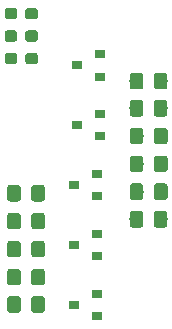
<source format=gbr>
G04 #@! TF.GenerationSoftware,KiCad,Pcbnew,(5.0.2)-1*
G04 #@! TF.CreationDate,2019-06-27T16:40:18+05:30*
G04 #@! TF.ProjectId,mAhTime,6d416854-696d-4652-9e6b-696361645f70,rev?*
G04 #@! TF.SameCoordinates,Original*
G04 #@! TF.FileFunction,Paste,Top*
G04 #@! TF.FilePolarity,Positive*
%FSLAX46Y46*%
G04 Gerber Fmt 4.6, Leading zero omitted, Abs format (unit mm)*
G04 Created by KiCad (PCBNEW (5.0.2)-1) date 06/27/19 16:40:18*
%MOMM*%
%LPD*%
G01*
G04 APERTURE LIST*
%ADD10C,0.100000*%
%ADD11C,1.150000*%
%ADD12R,0.900000X0.800000*%
%ADD13C,0.950000*%
G04 APERTURE END LIST*
D10*
G04 #@! TO.C,R2*
G36*
X36074910Y-34701202D02*
X36099135Y-34704795D01*
X36122891Y-34710746D01*
X36145949Y-34718996D01*
X36168087Y-34729467D01*
X36189093Y-34742057D01*
X36208763Y-34756645D01*
X36226908Y-34773092D01*
X36243355Y-34791237D01*
X36257943Y-34810907D01*
X36270533Y-34831913D01*
X36281004Y-34854051D01*
X36289254Y-34877109D01*
X36295205Y-34900865D01*
X36298798Y-34925090D01*
X36300000Y-34949550D01*
X36300000Y-35850450D01*
X36298798Y-35874910D01*
X36295205Y-35899135D01*
X36289254Y-35922891D01*
X36281004Y-35945949D01*
X36270533Y-35968087D01*
X36257943Y-35989093D01*
X36243355Y-36008763D01*
X36226908Y-36026908D01*
X36208763Y-36043355D01*
X36189093Y-36057943D01*
X36168087Y-36070533D01*
X36145949Y-36081004D01*
X36122891Y-36089254D01*
X36099135Y-36095205D01*
X36074910Y-36098798D01*
X36050450Y-36100000D01*
X35399550Y-36100000D01*
X35375090Y-36098798D01*
X35350865Y-36095205D01*
X35327109Y-36089254D01*
X35304051Y-36081004D01*
X35281913Y-36070533D01*
X35260907Y-36057943D01*
X35241237Y-36043355D01*
X35223092Y-36026908D01*
X35206645Y-36008763D01*
X35192057Y-35989093D01*
X35179467Y-35968087D01*
X35168996Y-35945949D01*
X35160746Y-35922891D01*
X35154795Y-35899135D01*
X35151202Y-35874910D01*
X35150000Y-35850450D01*
X35150000Y-34949550D01*
X35151202Y-34925090D01*
X35154795Y-34900865D01*
X35160746Y-34877109D01*
X35168996Y-34854051D01*
X35179467Y-34831913D01*
X35192057Y-34810907D01*
X35206645Y-34791237D01*
X35223092Y-34773092D01*
X35241237Y-34756645D01*
X35260907Y-34742057D01*
X35281913Y-34729467D01*
X35304051Y-34718996D01*
X35327109Y-34710746D01*
X35350865Y-34704795D01*
X35375090Y-34701202D01*
X35399550Y-34700000D01*
X36050450Y-34700000D01*
X36074910Y-34701202D01*
X36074910Y-34701202D01*
G37*
D11*
X35725000Y-35400000D03*
D10*
G36*
X34024910Y-34701202D02*
X34049135Y-34704795D01*
X34072891Y-34710746D01*
X34095949Y-34718996D01*
X34118087Y-34729467D01*
X34139093Y-34742057D01*
X34158763Y-34756645D01*
X34176908Y-34773092D01*
X34193355Y-34791237D01*
X34207943Y-34810907D01*
X34220533Y-34831913D01*
X34231004Y-34854051D01*
X34239254Y-34877109D01*
X34245205Y-34900865D01*
X34248798Y-34925090D01*
X34250000Y-34949550D01*
X34250000Y-35850450D01*
X34248798Y-35874910D01*
X34245205Y-35899135D01*
X34239254Y-35922891D01*
X34231004Y-35945949D01*
X34220533Y-35968087D01*
X34207943Y-35989093D01*
X34193355Y-36008763D01*
X34176908Y-36026908D01*
X34158763Y-36043355D01*
X34139093Y-36057943D01*
X34118087Y-36070533D01*
X34095949Y-36081004D01*
X34072891Y-36089254D01*
X34049135Y-36095205D01*
X34024910Y-36098798D01*
X34000450Y-36100000D01*
X33349550Y-36100000D01*
X33325090Y-36098798D01*
X33300865Y-36095205D01*
X33277109Y-36089254D01*
X33254051Y-36081004D01*
X33231913Y-36070533D01*
X33210907Y-36057943D01*
X33191237Y-36043355D01*
X33173092Y-36026908D01*
X33156645Y-36008763D01*
X33142057Y-35989093D01*
X33129467Y-35968087D01*
X33118996Y-35945949D01*
X33110746Y-35922891D01*
X33104795Y-35899135D01*
X33101202Y-35874910D01*
X33100000Y-35850450D01*
X33100000Y-34949550D01*
X33101202Y-34925090D01*
X33104795Y-34900865D01*
X33110746Y-34877109D01*
X33118996Y-34854051D01*
X33129467Y-34831913D01*
X33142057Y-34810907D01*
X33156645Y-34791237D01*
X33173092Y-34773092D01*
X33191237Y-34756645D01*
X33210907Y-34742057D01*
X33231913Y-34729467D01*
X33254051Y-34718996D01*
X33277109Y-34710746D01*
X33300865Y-34704795D01*
X33325090Y-34701202D01*
X33349550Y-34700000D01*
X34000450Y-34700000D01*
X34024910Y-34701202D01*
X34024910Y-34701202D01*
G37*
D11*
X33675000Y-35400000D03*
G04 #@! TD*
D12*
G04 #@! TO.C,Q5*
X28630000Y-31760000D03*
X30630000Y-30810000D03*
X30630000Y-32710000D03*
G04 #@! TD*
G04 #@! TO.C,Q1*
X30350000Y-53020000D03*
X30350000Y-51120000D03*
X28350000Y-52070000D03*
G04 #@! TD*
G04 #@! TO.C,Q2*
X28350000Y-46990000D03*
X30350000Y-46040000D03*
X30350000Y-47940000D03*
G04 #@! TD*
G04 #@! TO.C,Q3*
X30350000Y-42860000D03*
X30350000Y-40960000D03*
X28350000Y-41910000D03*
G04 #@! TD*
G04 #@! TO.C,Q4*
X28630000Y-36830000D03*
X30630000Y-35880000D03*
X30630000Y-37780000D03*
G04 #@! TD*
D10*
G04 #@! TO.C,R1*
G36*
X34024910Y-44101202D02*
X34049135Y-44104795D01*
X34072891Y-44110746D01*
X34095949Y-44118996D01*
X34118087Y-44129467D01*
X34139093Y-44142057D01*
X34158763Y-44156645D01*
X34176908Y-44173092D01*
X34193355Y-44191237D01*
X34207943Y-44210907D01*
X34220533Y-44231913D01*
X34231004Y-44254051D01*
X34239254Y-44277109D01*
X34245205Y-44300865D01*
X34248798Y-44325090D01*
X34250000Y-44349550D01*
X34250000Y-45250450D01*
X34248798Y-45274910D01*
X34245205Y-45299135D01*
X34239254Y-45322891D01*
X34231004Y-45345949D01*
X34220533Y-45368087D01*
X34207943Y-45389093D01*
X34193355Y-45408763D01*
X34176908Y-45426908D01*
X34158763Y-45443355D01*
X34139093Y-45457943D01*
X34118087Y-45470533D01*
X34095949Y-45481004D01*
X34072891Y-45489254D01*
X34049135Y-45495205D01*
X34024910Y-45498798D01*
X34000450Y-45500000D01*
X33349550Y-45500000D01*
X33325090Y-45498798D01*
X33300865Y-45495205D01*
X33277109Y-45489254D01*
X33254051Y-45481004D01*
X33231913Y-45470533D01*
X33210907Y-45457943D01*
X33191237Y-45443355D01*
X33173092Y-45426908D01*
X33156645Y-45408763D01*
X33142057Y-45389093D01*
X33129467Y-45368087D01*
X33118996Y-45345949D01*
X33110746Y-45322891D01*
X33104795Y-45299135D01*
X33101202Y-45274910D01*
X33100000Y-45250450D01*
X33100000Y-44349550D01*
X33101202Y-44325090D01*
X33104795Y-44300865D01*
X33110746Y-44277109D01*
X33118996Y-44254051D01*
X33129467Y-44231913D01*
X33142057Y-44210907D01*
X33156645Y-44191237D01*
X33173092Y-44173092D01*
X33191237Y-44156645D01*
X33210907Y-44142057D01*
X33231913Y-44129467D01*
X33254051Y-44118996D01*
X33277109Y-44110746D01*
X33300865Y-44104795D01*
X33325090Y-44101202D01*
X33349550Y-44100000D01*
X34000450Y-44100000D01*
X34024910Y-44101202D01*
X34024910Y-44101202D01*
G37*
D11*
X33675000Y-44800000D03*
D10*
G36*
X36074910Y-44101202D02*
X36099135Y-44104795D01*
X36122891Y-44110746D01*
X36145949Y-44118996D01*
X36168087Y-44129467D01*
X36189093Y-44142057D01*
X36208763Y-44156645D01*
X36226908Y-44173092D01*
X36243355Y-44191237D01*
X36257943Y-44210907D01*
X36270533Y-44231913D01*
X36281004Y-44254051D01*
X36289254Y-44277109D01*
X36295205Y-44300865D01*
X36298798Y-44325090D01*
X36300000Y-44349550D01*
X36300000Y-45250450D01*
X36298798Y-45274910D01*
X36295205Y-45299135D01*
X36289254Y-45322891D01*
X36281004Y-45345949D01*
X36270533Y-45368087D01*
X36257943Y-45389093D01*
X36243355Y-45408763D01*
X36226908Y-45426908D01*
X36208763Y-45443355D01*
X36189093Y-45457943D01*
X36168087Y-45470533D01*
X36145949Y-45481004D01*
X36122891Y-45489254D01*
X36099135Y-45495205D01*
X36074910Y-45498798D01*
X36050450Y-45500000D01*
X35399550Y-45500000D01*
X35375090Y-45498798D01*
X35350865Y-45495205D01*
X35327109Y-45489254D01*
X35304051Y-45481004D01*
X35281913Y-45470533D01*
X35260907Y-45457943D01*
X35241237Y-45443355D01*
X35223092Y-45426908D01*
X35206645Y-45408763D01*
X35192057Y-45389093D01*
X35179467Y-45368087D01*
X35168996Y-45345949D01*
X35160746Y-45322891D01*
X35154795Y-45299135D01*
X35151202Y-45274910D01*
X35150000Y-45250450D01*
X35150000Y-44349550D01*
X35151202Y-44325090D01*
X35154795Y-44300865D01*
X35160746Y-44277109D01*
X35168996Y-44254051D01*
X35179467Y-44231913D01*
X35192057Y-44210907D01*
X35206645Y-44191237D01*
X35223092Y-44173092D01*
X35241237Y-44156645D01*
X35260907Y-44142057D01*
X35281913Y-44129467D01*
X35304051Y-44118996D01*
X35327109Y-44110746D01*
X35350865Y-44104795D01*
X35375090Y-44101202D01*
X35399550Y-44100000D01*
X36050450Y-44100000D01*
X36074910Y-44101202D01*
X36074910Y-44101202D01*
G37*
D11*
X35725000Y-44800000D03*
G04 #@! TD*
D10*
G04 #@! TO.C,R3*
G36*
X36084910Y-41761202D02*
X36109135Y-41764795D01*
X36132891Y-41770746D01*
X36155949Y-41778996D01*
X36178087Y-41789467D01*
X36199093Y-41802057D01*
X36218763Y-41816645D01*
X36236908Y-41833092D01*
X36253355Y-41851237D01*
X36267943Y-41870907D01*
X36280533Y-41891913D01*
X36291004Y-41914051D01*
X36299254Y-41937109D01*
X36305205Y-41960865D01*
X36308798Y-41985090D01*
X36310000Y-42009550D01*
X36310000Y-42910450D01*
X36308798Y-42934910D01*
X36305205Y-42959135D01*
X36299254Y-42982891D01*
X36291004Y-43005949D01*
X36280533Y-43028087D01*
X36267943Y-43049093D01*
X36253355Y-43068763D01*
X36236908Y-43086908D01*
X36218763Y-43103355D01*
X36199093Y-43117943D01*
X36178087Y-43130533D01*
X36155949Y-43141004D01*
X36132891Y-43149254D01*
X36109135Y-43155205D01*
X36084910Y-43158798D01*
X36060450Y-43160000D01*
X35409550Y-43160000D01*
X35385090Y-43158798D01*
X35360865Y-43155205D01*
X35337109Y-43149254D01*
X35314051Y-43141004D01*
X35291913Y-43130533D01*
X35270907Y-43117943D01*
X35251237Y-43103355D01*
X35233092Y-43086908D01*
X35216645Y-43068763D01*
X35202057Y-43049093D01*
X35189467Y-43028087D01*
X35178996Y-43005949D01*
X35170746Y-42982891D01*
X35164795Y-42959135D01*
X35161202Y-42934910D01*
X35160000Y-42910450D01*
X35160000Y-42009550D01*
X35161202Y-41985090D01*
X35164795Y-41960865D01*
X35170746Y-41937109D01*
X35178996Y-41914051D01*
X35189467Y-41891913D01*
X35202057Y-41870907D01*
X35216645Y-41851237D01*
X35233092Y-41833092D01*
X35251237Y-41816645D01*
X35270907Y-41802057D01*
X35291913Y-41789467D01*
X35314051Y-41778996D01*
X35337109Y-41770746D01*
X35360865Y-41764795D01*
X35385090Y-41761202D01*
X35409550Y-41760000D01*
X36060450Y-41760000D01*
X36084910Y-41761202D01*
X36084910Y-41761202D01*
G37*
D11*
X35735000Y-42460000D03*
D10*
G36*
X34034910Y-41761202D02*
X34059135Y-41764795D01*
X34082891Y-41770746D01*
X34105949Y-41778996D01*
X34128087Y-41789467D01*
X34149093Y-41802057D01*
X34168763Y-41816645D01*
X34186908Y-41833092D01*
X34203355Y-41851237D01*
X34217943Y-41870907D01*
X34230533Y-41891913D01*
X34241004Y-41914051D01*
X34249254Y-41937109D01*
X34255205Y-41960865D01*
X34258798Y-41985090D01*
X34260000Y-42009550D01*
X34260000Y-42910450D01*
X34258798Y-42934910D01*
X34255205Y-42959135D01*
X34249254Y-42982891D01*
X34241004Y-43005949D01*
X34230533Y-43028087D01*
X34217943Y-43049093D01*
X34203355Y-43068763D01*
X34186908Y-43086908D01*
X34168763Y-43103355D01*
X34149093Y-43117943D01*
X34128087Y-43130533D01*
X34105949Y-43141004D01*
X34082891Y-43149254D01*
X34059135Y-43155205D01*
X34034910Y-43158798D01*
X34010450Y-43160000D01*
X33359550Y-43160000D01*
X33335090Y-43158798D01*
X33310865Y-43155205D01*
X33287109Y-43149254D01*
X33264051Y-43141004D01*
X33241913Y-43130533D01*
X33220907Y-43117943D01*
X33201237Y-43103355D01*
X33183092Y-43086908D01*
X33166645Y-43068763D01*
X33152057Y-43049093D01*
X33139467Y-43028087D01*
X33128996Y-43005949D01*
X33120746Y-42982891D01*
X33114795Y-42959135D01*
X33111202Y-42934910D01*
X33110000Y-42910450D01*
X33110000Y-42009550D01*
X33111202Y-41985090D01*
X33114795Y-41960865D01*
X33120746Y-41937109D01*
X33128996Y-41914051D01*
X33139467Y-41891913D01*
X33152057Y-41870907D01*
X33166645Y-41851237D01*
X33183092Y-41833092D01*
X33201237Y-41816645D01*
X33220907Y-41802057D01*
X33241913Y-41789467D01*
X33264051Y-41778996D01*
X33287109Y-41770746D01*
X33310865Y-41764795D01*
X33335090Y-41761202D01*
X33359550Y-41760000D01*
X34010450Y-41760000D01*
X34034910Y-41761202D01*
X34034910Y-41761202D01*
G37*
D11*
X33685000Y-42460000D03*
G04 #@! TD*
D10*
G04 #@! TO.C,R4*
G36*
X34034910Y-39401202D02*
X34059135Y-39404795D01*
X34082891Y-39410746D01*
X34105949Y-39418996D01*
X34128087Y-39429467D01*
X34149093Y-39442057D01*
X34168763Y-39456645D01*
X34186908Y-39473092D01*
X34203355Y-39491237D01*
X34217943Y-39510907D01*
X34230533Y-39531913D01*
X34241004Y-39554051D01*
X34249254Y-39577109D01*
X34255205Y-39600865D01*
X34258798Y-39625090D01*
X34260000Y-39649550D01*
X34260000Y-40550450D01*
X34258798Y-40574910D01*
X34255205Y-40599135D01*
X34249254Y-40622891D01*
X34241004Y-40645949D01*
X34230533Y-40668087D01*
X34217943Y-40689093D01*
X34203355Y-40708763D01*
X34186908Y-40726908D01*
X34168763Y-40743355D01*
X34149093Y-40757943D01*
X34128087Y-40770533D01*
X34105949Y-40781004D01*
X34082891Y-40789254D01*
X34059135Y-40795205D01*
X34034910Y-40798798D01*
X34010450Y-40800000D01*
X33359550Y-40800000D01*
X33335090Y-40798798D01*
X33310865Y-40795205D01*
X33287109Y-40789254D01*
X33264051Y-40781004D01*
X33241913Y-40770533D01*
X33220907Y-40757943D01*
X33201237Y-40743355D01*
X33183092Y-40726908D01*
X33166645Y-40708763D01*
X33152057Y-40689093D01*
X33139467Y-40668087D01*
X33128996Y-40645949D01*
X33120746Y-40622891D01*
X33114795Y-40599135D01*
X33111202Y-40574910D01*
X33110000Y-40550450D01*
X33110000Y-39649550D01*
X33111202Y-39625090D01*
X33114795Y-39600865D01*
X33120746Y-39577109D01*
X33128996Y-39554051D01*
X33139467Y-39531913D01*
X33152057Y-39510907D01*
X33166645Y-39491237D01*
X33183092Y-39473092D01*
X33201237Y-39456645D01*
X33220907Y-39442057D01*
X33241913Y-39429467D01*
X33264051Y-39418996D01*
X33287109Y-39410746D01*
X33310865Y-39404795D01*
X33335090Y-39401202D01*
X33359550Y-39400000D01*
X34010450Y-39400000D01*
X34034910Y-39401202D01*
X34034910Y-39401202D01*
G37*
D11*
X33685000Y-40100000D03*
D10*
G36*
X36084910Y-39401202D02*
X36109135Y-39404795D01*
X36132891Y-39410746D01*
X36155949Y-39418996D01*
X36178087Y-39429467D01*
X36199093Y-39442057D01*
X36218763Y-39456645D01*
X36236908Y-39473092D01*
X36253355Y-39491237D01*
X36267943Y-39510907D01*
X36280533Y-39531913D01*
X36291004Y-39554051D01*
X36299254Y-39577109D01*
X36305205Y-39600865D01*
X36308798Y-39625090D01*
X36310000Y-39649550D01*
X36310000Y-40550450D01*
X36308798Y-40574910D01*
X36305205Y-40599135D01*
X36299254Y-40622891D01*
X36291004Y-40645949D01*
X36280533Y-40668087D01*
X36267943Y-40689093D01*
X36253355Y-40708763D01*
X36236908Y-40726908D01*
X36218763Y-40743355D01*
X36199093Y-40757943D01*
X36178087Y-40770533D01*
X36155949Y-40781004D01*
X36132891Y-40789254D01*
X36109135Y-40795205D01*
X36084910Y-40798798D01*
X36060450Y-40800000D01*
X35409550Y-40800000D01*
X35385090Y-40798798D01*
X35360865Y-40795205D01*
X35337109Y-40789254D01*
X35314051Y-40781004D01*
X35291913Y-40770533D01*
X35270907Y-40757943D01*
X35251237Y-40743355D01*
X35233092Y-40726908D01*
X35216645Y-40708763D01*
X35202057Y-40689093D01*
X35189467Y-40668087D01*
X35178996Y-40645949D01*
X35170746Y-40622891D01*
X35164795Y-40599135D01*
X35161202Y-40574910D01*
X35160000Y-40550450D01*
X35160000Y-39649550D01*
X35161202Y-39625090D01*
X35164795Y-39600865D01*
X35170746Y-39577109D01*
X35178996Y-39554051D01*
X35189467Y-39531913D01*
X35202057Y-39510907D01*
X35216645Y-39491237D01*
X35233092Y-39473092D01*
X35251237Y-39456645D01*
X35270907Y-39442057D01*
X35291913Y-39429467D01*
X35314051Y-39418996D01*
X35337109Y-39410746D01*
X35360865Y-39404795D01*
X35385090Y-39401202D01*
X35409550Y-39400000D01*
X36060450Y-39400000D01*
X36084910Y-39401202D01*
X36084910Y-39401202D01*
G37*
D11*
X35735000Y-40100000D03*
G04 #@! TD*
D10*
G04 #@! TO.C,R5*
G36*
X36084910Y-37041202D02*
X36109135Y-37044795D01*
X36132891Y-37050746D01*
X36155949Y-37058996D01*
X36178087Y-37069467D01*
X36199093Y-37082057D01*
X36218763Y-37096645D01*
X36236908Y-37113092D01*
X36253355Y-37131237D01*
X36267943Y-37150907D01*
X36280533Y-37171913D01*
X36291004Y-37194051D01*
X36299254Y-37217109D01*
X36305205Y-37240865D01*
X36308798Y-37265090D01*
X36310000Y-37289550D01*
X36310000Y-38190450D01*
X36308798Y-38214910D01*
X36305205Y-38239135D01*
X36299254Y-38262891D01*
X36291004Y-38285949D01*
X36280533Y-38308087D01*
X36267943Y-38329093D01*
X36253355Y-38348763D01*
X36236908Y-38366908D01*
X36218763Y-38383355D01*
X36199093Y-38397943D01*
X36178087Y-38410533D01*
X36155949Y-38421004D01*
X36132891Y-38429254D01*
X36109135Y-38435205D01*
X36084910Y-38438798D01*
X36060450Y-38440000D01*
X35409550Y-38440000D01*
X35385090Y-38438798D01*
X35360865Y-38435205D01*
X35337109Y-38429254D01*
X35314051Y-38421004D01*
X35291913Y-38410533D01*
X35270907Y-38397943D01*
X35251237Y-38383355D01*
X35233092Y-38366908D01*
X35216645Y-38348763D01*
X35202057Y-38329093D01*
X35189467Y-38308087D01*
X35178996Y-38285949D01*
X35170746Y-38262891D01*
X35164795Y-38239135D01*
X35161202Y-38214910D01*
X35160000Y-38190450D01*
X35160000Y-37289550D01*
X35161202Y-37265090D01*
X35164795Y-37240865D01*
X35170746Y-37217109D01*
X35178996Y-37194051D01*
X35189467Y-37171913D01*
X35202057Y-37150907D01*
X35216645Y-37131237D01*
X35233092Y-37113092D01*
X35251237Y-37096645D01*
X35270907Y-37082057D01*
X35291913Y-37069467D01*
X35314051Y-37058996D01*
X35337109Y-37050746D01*
X35360865Y-37044795D01*
X35385090Y-37041202D01*
X35409550Y-37040000D01*
X36060450Y-37040000D01*
X36084910Y-37041202D01*
X36084910Y-37041202D01*
G37*
D11*
X35735000Y-37740000D03*
D10*
G36*
X34034910Y-37041202D02*
X34059135Y-37044795D01*
X34082891Y-37050746D01*
X34105949Y-37058996D01*
X34128087Y-37069467D01*
X34149093Y-37082057D01*
X34168763Y-37096645D01*
X34186908Y-37113092D01*
X34203355Y-37131237D01*
X34217943Y-37150907D01*
X34230533Y-37171913D01*
X34241004Y-37194051D01*
X34249254Y-37217109D01*
X34255205Y-37240865D01*
X34258798Y-37265090D01*
X34260000Y-37289550D01*
X34260000Y-38190450D01*
X34258798Y-38214910D01*
X34255205Y-38239135D01*
X34249254Y-38262891D01*
X34241004Y-38285949D01*
X34230533Y-38308087D01*
X34217943Y-38329093D01*
X34203355Y-38348763D01*
X34186908Y-38366908D01*
X34168763Y-38383355D01*
X34149093Y-38397943D01*
X34128087Y-38410533D01*
X34105949Y-38421004D01*
X34082891Y-38429254D01*
X34059135Y-38435205D01*
X34034910Y-38438798D01*
X34010450Y-38440000D01*
X33359550Y-38440000D01*
X33335090Y-38438798D01*
X33310865Y-38435205D01*
X33287109Y-38429254D01*
X33264051Y-38421004D01*
X33241913Y-38410533D01*
X33220907Y-38397943D01*
X33201237Y-38383355D01*
X33183092Y-38366908D01*
X33166645Y-38348763D01*
X33152057Y-38329093D01*
X33139467Y-38308087D01*
X33128996Y-38285949D01*
X33120746Y-38262891D01*
X33114795Y-38239135D01*
X33111202Y-38214910D01*
X33110000Y-38190450D01*
X33110000Y-37289550D01*
X33111202Y-37265090D01*
X33114795Y-37240865D01*
X33120746Y-37217109D01*
X33128996Y-37194051D01*
X33139467Y-37171913D01*
X33152057Y-37150907D01*
X33166645Y-37131237D01*
X33183092Y-37113092D01*
X33201237Y-37096645D01*
X33220907Y-37082057D01*
X33241913Y-37069467D01*
X33264051Y-37058996D01*
X33287109Y-37050746D01*
X33310865Y-37044795D01*
X33335090Y-37041202D01*
X33359550Y-37040000D01*
X34010450Y-37040000D01*
X34034910Y-37041202D01*
X34034910Y-37041202D01*
G37*
D11*
X33685000Y-37740000D03*
G04 #@! TD*
D10*
G04 #@! TO.C,R6*
G36*
X36074910Y-32401202D02*
X36099135Y-32404795D01*
X36122891Y-32410746D01*
X36145949Y-32418996D01*
X36168087Y-32429467D01*
X36189093Y-32442057D01*
X36208763Y-32456645D01*
X36226908Y-32473092D01*
X36243355Y-32491237D01*
X36257943Y-32510907D01*
X36270533Y-32531913D01*
X36281004Y-32554051D01*
X36289254Y-32577109D01*
X36295205Y-32600865D01*
X36298798Y-32625090D01*
X36300000Y-32649550D01*
X36300000Y-33550450D01*
X36298798Y-33574910D01*
X36295205Y-33599135D01*
X36289254Y-33622891D01*
X36281004Y-33645949D01*
X36270533Y-33668087D01*
X36257943Y-33689093D01*
X36243355Y-33708763D01*
X36226908Y-33726908D01*
X36208763Y-33743355D01*
X36189093Y-33757943D01*
X36168087Y-33770533D01*
X36145949Y-33781004D01*
X36122891Y-33789254D01*
X36099135Y-33795205D01*
X36074910Y-33798798D01*
X36050450Y-33800000D01*
X35399550Y-33800000D01*
X35375090Y-33798798D01*
X35350865Y-33795205D01*
X35327109Y-33789254D01*
X35304051Y-33781004D01*
X35281913Y-33770533D01*
X35260907Y-33757943D01*
X35241237Y-33743355D01*
X35223092Y-33726908D01*
X35206645Y-33708763D01*
X35192057Y-33689093D01*
X35179467Y-33668087D01*
X35168996Y-33645949D01*
X35160746Y-33622891D01*
X35154795Y-33599135D01*
X35151202Y-33574910D01*
X35150000Y-33550450D01*
X35150000Y-32649550D01*
X35151202Y-32625090D01*
X35154795Y-32600865D01*
X35160746Y-32577109D01*
X35168996Y-32554051D01*
X35179467Y-32531913D01*
X35192057Y-32510907D01*
X35206645Y-32491237D01*
X35223092Y-32473092D01*
X35241237Y-32456645D01*
X35260907Y-32442057D01*
X35281913Y-32429467D01*
X35304051Y-32418996D01*
X35327109Y-32410746D01*
X35350865Y-32404795D01*
X35375090Y-32401202D01*
X35399550Y-32400000D01*
X36050450Y-32400000D01*
X36074910Y-32401202D01*
X36074910Y-32401202D01*
G37*
D11*
X35725000Y-33100000D03*
D10*
G36*
X34024910Y-32401202D02*
X34049135Y-32404795D01*
X34072891Y-32410746D01*
X34095949Y-32418996D01*
X34118087Y-32429467D01*
X34139093Y-32442057D01*
X34158763Y-32456645D01*
X34176908Y-32473092D01*
X34193355Y-32491237D01*
X34207943Y-32510907D01*
X34220533Y-32531913D01*
X34231004Y-32554051D01*
X34239254Y-32577109D01*
X34245205Y-32600865D01*
X34248798Y-32625090D01*
X34250000Y-32649550D01*
X34250000Y-33550450D01*
X34248798Y-33574910D01*
X34245205Y-33599135D01*
X34239254Y-33622891D01*
X34231004Y-33645949D01*
X34220533Y-33668087D01*
X34207943Y-33689093D01*
X34193355Y-33708763D01*
X34176908Y-33726908D01*
X34158763Y-33743355D01*
X34139093Y-33757943D01*
X34118087Y-33770533D01*
X34095949Y-33781004D01*
X34072891Y-33789254D01*
X34049135Y-33795205D01*
X34024910Y-33798798D01*
X34000450Y-33800000D01*
X33349550Y-33800000D01*
X33325090Y-33798798D01*
X33300865Y-33795205D01*
X33277109Y-33789254D01*
X33254051Y-33781004D01*
X33231913Y-33770533D01*
X33210907Y-33757943D01*
X33191237Y-33743355D01*
X33173092Y-33726908D01*
X33156645Y-33708763D01*
X33142057Y-33689093D01*
X33129467Y-33668087D01*
X33118996Y-33645949D01*
X33110746Y-33622891D01*
X33104795Y-33599135D01*
X33101202Y-33574910D01*
X33100000Y-33550450D01*
X33100000Y-32649550D01*
X33101202Y-32625090D01*
X33104795Y-32600865D01*
X33110746Y-32577109D01*
X33118996Y-32554051D01*
X33129467Y-32531913D01*
X33142057Y-32510907D01*
X33156645Y-32491237D01*
X33173092Y-32473092D01*
X33191237Y-32456645D01*
X33210907Y-32442057D01*
X33231913Y-32429467D01*
X33254051Y-32418996D01*
X33277109Y-32410746D01*
X33300865Y-32404795D01*
X33325090Y-32401202D01*
X33349550Y-32400000D01*
X34000450Y-32400000D01*
X34024910Y-32401202D01*
X34024910Y-32401202D01*
G37*
D11*
X33675000Y-33100000D03*
G04 #@! TD*
D10*
G04 #@! TO.C,R7*
G36*
X25105779Y-30706144D02*
X25128834Y-30709563D01*
X25151443Y-30715227D01*
X25173387Y-30723079D01*
X25194457Y-30733044D01*
X25214448Y-30745026D01*
X25233168Y-30758910D01*
X25250438Y-30774562D01*
X25266090Y-30791832D01*
X25279974Y-30810552D01*
X25291956Y-30830543D01*
X25301921Y-30851613D01*
X25309773Y-30873557D01*
X25315437Y-30896166D01*
X25318856Y-30919221D01*
X25320000Y-30942500D01*
X25320000Y-31417500D01*
X25318856Y-31440779D01*
X25315437Y-31463834D01*
X25309773Y-31486443D01*
X25301921Y-31508387D01*
X25291956Y-31529457D01*
X25279974Y-31549448D01*
X25266090Y-31568168D01*
X25250438Y-31585438D01*
X25233168Y-31601090D01*
X25214448Y-31614974D01*
X25194457Y-31626956D01*
X25173387Y-31636921D01*
X25151443Y-31644773D01*
X25128834Y-31650437D01*
X25105779Y-31653856D01*
X25082500Y-31655000D01*
X24507500Y-31655000D01*
X24484221Y-31653856D01*
X24461166Y-31650437D01*
X24438557Y-31644773D01*
X24416613Y-31636921D01*
X24395543Y-31626956D01*
X24375552Y-31614974D01*
X24356832Y-31601090D01*
X24339562Y-31585438D01*
X24323910Y-31568168D01*
X24310026Y-31549448D01*
X24298044Y-31529457D01*
X24288079Y-31508387D01*
X24280227Y-31486443D01*
X24274563Y-31463834D01*
X24271144Y-31440779D01*
X24270000Y-31417500D01*
X24270000Y-30942500D01*
X24271144Y-30919221D01*
X24274563Y-30896166D01*
X24280227Y-30873557D01*
X24288079Y-30851613D01*
X24298044Y-30830543D01*
X24310026Y-30810552D01*
X24323910Y-30791832D01*
X24339562Y-30774562D01*
X24356832Y-30758910D01*
X24375552Y-30745026D01*
X24395543Y-30733044D01*
X24416613Y-30723079D01*
X24438557Y-30715227D01*
X24461166Y-30709563D01*
X24484221Y-30706144D01*
X24507500Y-30705000D01*
X25082500Y-30705000D01*
X25105779Y-30706144D01*
X25105779Y-30706144D01*
G37*
D13*
X24795000Y-31180000D03*
D10*
G36*
X23355779Y-30706144D02*
X23378834Y-30709563D01*
X23401443Y-30715227D01*
X23423387Y-30723079D01*
X23444457Y-30733044D01*
X23464448Y-30745026D01*
X23483168Y-30758910D01*
X23500438Y-30774562D01*
X23516090Y-30791832D01*
X23529974Y-30810552D01*
X23541956Y-30830543D01*
X23551921Y-30851613D01*
X23559773Y-30873557D01*
X23565437Y-30896166D01*
X23568856Y-30919221D01*
X23570000Y-30942500D01*
X23570000Y-31417500D01*
X23568856Y-31440779D01*
X23565437Y-31463834D01*
X23559773Y-31486443D01*
X23551921Y-31508387D01*
X23541956Y-31529457D01*
X23529974Y-31549448D01*
X23516090Y-31568168D01*
X23500438Y-31585438D01*
X23483168Y-31601090D01*
X23464448Y-31614974D01*
X23444457Y-31626956D01*
X23423387Y-31636921D01*
X23401443Y-31644773D01*
X23378834Y-31650437D01*
X23355779Y-31653856D01*
X23332500Y-31655000D01*
X22757500Y-31655000D01*
X22734221Y-31653856D01*
X22711166Y-31650437D01*
X22688557Y-31644773D01*
X22666613Y-31636921D01*
X22645543Y-31626956D01*
X22625552Y-31614974D01*
X22606832Y-31601090D01*
X22589562Y-31585438D01*
X22573910Y-31568168D01*
X22560026Y-31549448D01*
X22548044Y-31529457D01*
X22538079Y-31508387D01*
X22530227Y-31486443D01*
X22524563Y-31463834D01*
X22521144Y-31440779D01*
X22520000Y-31417500D01*
X22520000Y-30942500D01*
X22521144Y-30919221D01*
X22524563Y-30896166D01*
X22530227Y-30873557D01*
X22538079Y-30851613D01*
X22548044Y-30830543D01*
X22560026Y-30810552D01*
X22573910Y-30791832D01*
X22589562Y-30774562D01*
X22606832Y-30758910D01*
X22625552Y-30745026D01*
X22645543Y-30733044D01*
X22666613Y-30723079D01*
X22688557Y-30715227D01*
X22711166Y-30709563D01*
X22734221Y-30706144D01*
X22757500Y-30705000D01*
X23332500Y-30705000D01*
X23355779Y-30706144D01*
X23355779Y-30706144D01*
G37*
D13*
X23045000Y-31180000D03*
G04 #@! TD*
D10*
G04 #@! TO.C,R8*
G36*
X25105779Y-28806144D02*
X25128834Y-28809563D01*
X25151443Y-28815227D01*
X25173387Y-28823079D01*
X25194457Y-28833044D01*
X25214448Y-28845026D01*
X25233168Y-28858910D01*
X25250438Y-28874562D01*
X25266090Y-28891832D01*
X25279974Y-28910552D01*
X25291956Y-28930543D01*
X25301921Y-28951613D01*
X25309773Y-28973557D01*
X25315437Y-28996166D01*
X25318856Y-29019221D01*
X25320000Y-29042500D01*
X25320000Y-29517500D01*
X25318856Y-29540779D01*
X25315437Y-29563834D01*
X25309773Y-29586443D01*
X25301921Y-29608387D01*
X25291956Y-29629457D01*
X25279974Y-29649448D01*
X25266090Y-29668168D01*
X25250438Y-29685438D01*
X25233168Y-29701090D01*
X25214448Y-29714974D01*
X25194457Y-29726956D01*
X25173387Y-29736921D01*
X25151443Y-29744773D01*
X25128834Y-29750437D01*
X25105779Y-29753856D01*
X25082500Y-29755000D01*
X24507500Y-29755000D01*
X24484221Y-29753856D01*
X24461166Y-29750437D01*
X24438557Y-29744773D01*
X24416613Y-29736921D01*
X24395543Y-29726956D01*
X24375552Y-29714974D01*
X24356832Y-29701090D01*
X24339562Y-29685438D01*
X24323910Y-29668168D01*
X24310026Y-29649448D01*
X24298044Y-29629457D01*
X24288079Y-29608387D01*
X24280227Y-29586443D01*
X24274563Y-29563834D01*
X24271144Y-29540779D01*
X24270000Y-29517500D01*
X24270000Y-29042500D01*
X24271144Y-29019221D01*
X24274563Y-28996166D01*
X24280227Y-28973557D01*
X24288079Y-28951613D01*
X24298044Y-28930543D01*
X24310026Y-28910552D01*
X24323910Y-28891832D01*
X24339562Y-28874562D01*
X24356832Y-28858910D01*
X24375552Y-28845026D01*
X24395543Y-28833044D01*
X24416613Y-28823079D01*
X24438557Y-28815227D01*
X24461166Y-28809563D01*
X24484221Y-28806144D01*
X24507500Y-28805000D01*
X25082500Y-28805000D01*
X25105779Y-28806144D01*
X25105779Y-28806144D01*
G37*
D13*
X24795000Y-29280000D03*
D10*
G36*
X23355779Y-28806144D02*
X23378834Y-28809563D01*
X23401443Y-28815227D01*
X23423387Y-28823079D01*
X23444457Y-28833044D01*
X23464448Y-28845026D01*
X23483168Y-28858910D01*
X23500438Y-28874562D01*
X23516090Y-28891832D01*
X23529974Y-28910552D01*
X23541956Y-28930543D01*
X23551921Y-28951613D01*
X23559773Y-28973557D01*
X23565437Y-28996166D01*
X23568856Y-29019221D01*
X23570000Y-29042500D01*
X23570000Y-29517500D01*
X23568856Y-29540779D01*
X23565437Y-29563834D01*
X23559773Y-29586443D01*
X23551921Y-29608387D01*
X23541956Y-29629457D01*
X23529974Y-29649448D01*
X23516090Y-29668168D01*
X23500438Y-29685438D01*
X23483168Y-29701090D01*
X23464448Y-29714974D01*
X23444457Y-29726956D01*
X23423387Y-29736921D01*
X23401443Y-29744773D01*
X23378834Y-29750437D01*
X23355779Y-29753856D01*
X23332500Y-29755000D01*
X22757500Y-29755000D01*
X22734221Y-29753856D01*
X22711166Y-29750437D01*
X22688557Y-29744773D01*
X22666613Y-29736921D01*
X22645543Y-29726956D01*
X22625552Y-29714974D01*
X22606832Y-29701090D01*
X22589562Y-29685438D01*
X22573910Y-29668168D01*
X22560026Y-29649448D01*
X22548044Y-29629457D01*
X22538079Y-29608387D01*
X22530227Y-29586443D01*
X22524563Y-29563834D01*
X22521144Y-29540779D01*
X22520000Y-29517500D01*
X22520000Y-29042500D01*
X22521144Y-29019221D01*
X22524563Y-28996166D01*
X22530227Y-28973557D01*
X22538079Y-28951613D01*
X22548044Y-28930543D01*
X22560026Y-28910552D01*
X22573910Y-28891832D01*
X22589562Y-28874562D01*
X22606832Y-28858910D01*
X22625552Y-28845026D01*
X22645543Y-28833044D01*
X22666613Y-28823079D01*
X22688557Y-28815227D01*
X22711166Y-28809563D01*
X22734221Y-28806144D01*
X22757500Y-28805000D01*
X23332500Y-28805000D01*
X23355779Y-28806144D01*
X23355779Y-28806144D01*
G37*
D13*
X23045000Y-29280000D03*
G04 #@! TD*
D10*
G04 #@! TO.C,R9*
G36*
X25105779Y-26916144D02*
X25128834Y-26919563D01*
X25151443Y-26925227D01*
X25173387Y-26933079D01*
X25194457Y-26943044D01*
X25214448Y-26955026D01*
X25233168Y-26968910D01*
X25250438Y-26984562D01*
X25266090Y-27001832D01*
X25279974Y-27020552D01*
X25291956Y-27040543D01*
X25301921Y-27061613D01*
X25309773Y-27083557D01*
X25315437Y-27106166D01*
X25318856Y-27129221D01*
X25320000Y-27152500D01*
X25320000Y-27627500D01*
X25318856Y-27650779D01*
X25315437Y-27673834D01*
X25309773Y-27696443D01*
X25301921Y-27718387D01*
X25291956Y-27739457D01*
X25279974Y-27759448D01*
X25266090Y-27778168D01*
X25250438Y-27795438D01*
X25233168Y-27811090D01*
X25214448Y-27824974D01*
X25194457Y-27836956D01*
X25173387Y-27846921D01*
X25151443Y-27854773D01*
X25128834Y-27860437D01*
X25105779Y-27863856D01*
X25082500Y-27865000D01*
X24507500Y-27865000D01*
X24484221Y-27863856D01*
X24461166Y-27860437D01*
X24438557Y-27854773D01*
X24416613Y-27846921D01*
X24395543Y-27836956D01*
X24375552Y-27824974D01*
X24356832Y-27811090D01*
X24339562Y-27795438D01*
X24323910Y-27778168D01*
X24310026Y-27759448D01*
X24298044Y-27739457D01*
X24288079Y-27718387D01*
X24280227Y-27696443D01*
X24274563Y-27673834D01*
X24271144Y-27650779D01*
X24270000Y-27627500D01*
X24270000Y-27152500D01*
X24271144Y-27129221D01*
X24274563Y-27106166D01*
X24280227Y-27083557D01*
X24288079Y-27061613D01*
X24298044Y-27040543D01*
X24310026Y-27020552D01*
X24323910Y-27001832D01*
X24339562Y-26984562D01*
X24356832Y-26968910D01*
X24375552Y-26955026D01*
X24395543Y-26943044D01*
X24416613Y-26933079D01*
X24438557Y-26925227D01*
X24461166Y-26919563D01*
X24484221Y-26916144D01*
X24507500Y-26915000D01*
X25082500Y-26915000D01*
X25105779Y-26916144D01*
X25105779Y-26916144D01*
G37*
D13*
X24795000Y-27390000D03*
D10*
G36*
X23355779Y-26916144D02*
X23378834Y-26919563D01*
X23401443Y-26925227D01*
X23423387Y-26933079D01*
X23444457Y-26943044D01*
X23464448Y-26955026D01*
X23483168Y-26968910D01*
X23500438Y-26984562D01*
X23516090Y-27001832D01*
X23529974Y-27020552D01*
X23541956Y-27040543D01*
X23551921Y-27061613D01*
X23559773Y-27083557D01*
X23565437Y-27106166D01*
X23568856Y-27129221D01*
X23570000Y-27152500D01*
X23570000Y-27627500D01*
X23568856Y-27650779D01*
X23565437Y-27673834D01*
X23559773Y-27696443D01*
X23551921Y-27718387D01*
X23541956Y-27739457D01*
X23529974Y-27759448D01*
X23516090Y-27778168D01*
X23500438Y-27795438D01*
X23483168Y-27811090D01*
X23464448Y-27824974D01*
X23444457Y-27836956D01*
X23423387Y-27846921D01*
X23401443Y-27854773D01*
X23378834Y-27860437D01*
X23355779Y-27863856D01*
X23332500Y-27865000D01*
X22757500Y-27865000D01*
X22734221Y-27863856D01*
X22711166Y-27860437D01*
X22688557Y-27854773D01*
X22666613Y-27846921D01*
X22645543Y-27836956D01*
X22625552Y-27824974D01*
X22606832Y-27811090D01*
X22589562Y-27795438D01*
X22573910Y-27778168D01*
X22560026Y-27759448D01*
X22548044Y-27739457D01*
X22538079Y-27718387D01*
X22530227Y-27696443D01*
X22524563Y-27673834D01*
X22521144Y-27650779D01*
X22520000Y-27627500D01*
X22520000Y-27152500D01*
X22521144Y-27129221D01*
X22524563Y-27106166D01*
X22530227Y-27083557D01*
X22538079Y-27061613D01*
X22548044Y-27040543D01*
X22560026Y-27020552D01*
X22573910Y-27001832D01*
X22589562Y-26984562D01*
X22606832Y-26968910D01*
X22625552Y-26955026D01*
X22645543Y-26943044D01*
X22666613Y-26933079D01*
X22688557Y-26925227D01*
X22711166Y-26919563D01*
X22734221Y-26916144D01*
X22757500Y-26915000D01*
X23332500Y-26915000D01*
X23355779Y-26916144D01*
X23355779Y-26916144D01*
G37*
D13*
X23045000Y-27390000D03*
G04 #@! TD*
D10*
G04 #@! TO.C,RL1*
G36*
X25694910Y-51301202D02*
X25719135Y-51304795D01*
X25742891Y-51310746D01*
X25765949Y-51318996D01*
X25788087Y-51329467D01*
X25809093Y-51342057D01*
X25828763Y-51356645D01*
X25846908Y-51373092D01*
X25863355Y-51391237D01*
X25877943Y-51410907D01*
X25890533Y-51431913D01*
X25901004Y-51454051D01*
X25909254Y-51477109D01*
X25915205Y-51500865D01*
X25918798Y-51525090D01*
X25920000Y-51549550D01*
X25920000Y-52450450D01*
X25918798Y-52474910D01*
X25915205Y-52499135D01*
X25909254Y-52522891D01*
X25901004Y-52545949D01*
X25890533Y-52568087D01*
X25877943Y-52589093D01*
X25863355Y-52608763D01*
X25846908Y-52626908D01*
X25828763Y-52643355D01*
X25809093Y-52657943D01*
X25788087Y-52670533D01*
X25765949Y-52681004D01*
X25742891Y-52689254D01*
X25719135Y-52695205D01*
X25694910Y-52698798D01*
X25670450Y-52700000D01*
X25019550Y-52700000D01*
X24995090Y-52698798D01*
X24970865Y-52695205D01*
X24947109Y-52689254D01*
X24924051Y-52681004D01*
X24901913Y-52670533D01*
X24880907Y-52657943D01*
X24861237Y-52643355D01*
X24843092Y-52626908D01*
X24826645Y-52608763D01*
X24812057Y-52589093D01*
X24799467Y-52568087D01*
X24788996Y-52545949D01*
X24780746Y-52522891D01*
X24774795Y-52499135D01*
X24771202Y-52474910D01*
X24770000Y-52450450D01*
X24770000Y-51549550D01*
X24771202Y-51525090D01*
X24774795Y-51500865D01*
X24780746Y-51477109D01*
X24788996Y-51454051D01*
X24799467Y-51431913D01*
X24812057Y-51410907D01*
X24826645Y-51391237D01*
X24843092Y-51373092D01*
X24861237Y-51356645D01*
X24880907Y-51342057D01*
X24901913Y-51329467D01*
X24924051Y-51318996D01*
X24947109Y-51310746D01*
X24970865Y-51304795D01*
X24995090Y-51301202D01*
X25019550Y-51300000D01*
X25670450Y-51300000D01*
X25694910Y-51301202D01*
X25694910Y-51301202D01*
G37*
D11*
X25345000Y-52000000D03*
D10*
G36*
X23644910Y-51301202D02*
X23669135Y-51304795D01*
X23692891Y-51310746D01*
X23715949Y-51318996D01*
X23738087Y-51329467D01*
X23759093Y-51342057D01*
X23778763Y-51356645D01*
X23796908Y-51373092D01*
X23813355Y-51391237D01*
X23827943Y-51410907D01*
X23840533Y-51431913D01*
X23851004Y-51454051D01*
X23859254Y-51477109D01*
X23865205Y-51500865D01*
X23868798Y-51525090D01*
X23870000Y-51549550D01*
X23870000Y-52450450D01*
X23868798Y-52474910D01*
X23865205Y-52499135D01*
X23859254Y-52522891D01*
X23851004Y-52545949D01*
X23840533Y-52568087D01*
X23827943Y-52589093D01*
X23813355Y-52608763D01*
X23796908Y-52626908D01*
X23778763Y-52643355D01*
X23759093Y-52657943D01*
X23738087Y-52670533D01*
X23715949Y-52681004D01*
X23692891Y-52689254D01*
X23669135Y-52695205D01*
X23644910Y-52698798D01*
X23620450Y-52700000D01*
X22969550Y-52700000D01*
X22945090Y-52698798D01*
X22920865Y-52695205D01*
X22897109Y-52689254D01*
X22874051Y-52681004D01*
X22851913Y-52670533D01*
X22830907Y-52657943D01*
X22811237Y-52643355D01*
X22793092Y-52626908D01*
X22776645Y-52608763D01*
X22762057Y-52589093D01*
X22749467Y-52568087D01*
X22738996Y-52545949D01*
X22730746Y-52522891D01*
X22724795Y-52499135D01*
X22721202Y-52474910D01*
X22720000Y-52450450D01*
X22720000Y-51549550D01*
X22721202Y-51525090D01*
X22724795Y-51500865D01*
X22730746Y-51477109D01*
X22738996Y-51454051D01*
X22749467Y-51431913D01*
X22762057Y-51410907D01*
X22776645Y-51391237D01*
X22793092Y-51373092D01*
X22811237Y-51356645D01*
X22830907Y-51342057D01*
X22851913Y-51329467D01*
X22874051Y-51318996D01*
X22897109Y-51310746D01*
X22920865Y-51304795D01*
X22945090Y-51301202D01*
X22969550Y-51300000D01*
X23620450Y-51300000D01*
X23644910Y-51301202D01*
X23644910Y-51301202D01*
G37*
D11*
X23295000Y-52000000D03*
G04 #@! TD*
D10*
G04 #@! TO.C,RL2*
G36*
X25694910Y-49001202D02*
X25719135Y-49004795D01*
X25742891Y-49010746D01*
X25765949Y-49018996D01*
X25788087Y-49029467D01*
X25809093Y-49042057D01*
X25828763Y-49056645D01*
X25846908Y-49073092D01*
X25863355Y-49091237D01*
X25877943Y-49110907D01*
X25890533Y-49131913D01*
X25901004Y-49154051D01*
X25909254Y-49177109D01*
X25915205Y-49200865D01*
X25918798Y-49225090D01*
X25920000Y-49249550D01*
X25920000Y-50150450D01*
X25918798Y-50174910D01*
X25915205Y-50199135D01*
X25909254Y-50222891D01*
X25901004Y-50245949D01*
X25890533Y-50268087D01*
X25877943Y-50289093D01*
X25863355Y-50308763D01*
X25846908Y-50326908D01*
X25828763Y-50343355D01*
X25809093Y-50357943D01*
X25788087Y-50370533D01*
X25765949Y-50381004D01*
X25742891Y-50389254D01*
X25719135Y-50395205D01*
X25694910Y-50398798D01*
X25670450Y-50400000D01*
X25019550Y-50400000D01*
X24995090Y-50398798D01*
X24970865Y-50395205D01*
X24947109Y-50389254D01*
X24924051Y-50381004D01*
X24901913Y-50370533D01*
X24880907Y-50357943D01*
X24861237Y-50343355D01*
X24843092Y-50326908D01*
X24826645Y-50308763D01*
X24812057Y-50289093D01*
X24799467Y-50268087D01*
X24788996Y-50245949D01*
X24780746Y-50222891D01*
X24774795Y-50199135D01*
X24771202Y-50174910D01*
X24770000Y-50150450D01*
X24770000Y-49249550D01*
X24771202Y-49225090D01*
X24774795Y-49200865D01*
X24780746Y-49177109D01*
X24788996Y-49154051D01*
X24799467Y-49131913D01*
X24812057Y-49110907D01*
X24826645Y-49091237D01*
X24843092Y-49073092D01*
X24861237Y-49056645D01*
X24880907Y-49042057D01*
X24901913Y-49029467D01*
X24924051Y-49018996D01*
X24947109Y-49010746D01*
X24970865Y-49004795D01*
X24995090Y-49001202D01*
X25019550Y-49000000D01*
X25670450Y-49000000D01*
X25694910Y-49001202D01*
X25694910Y-49001202D01*
G37*
D11*
X25345000Y-49700000D03*
D10*
G36*
X23644910Y-49001202D02*
X23669135Y-49004795D01*
X23692891Y-49010746D01*
X23715949Y-49018996D01*
X23738087Y-49029467D01*
X23759093Y-49042057D01*
X23778763Y-49056645D01*
X23796908Y-49073092D01*
X23813355Y-49091237D01*
X23827943Y-49110907D01*
X23840533Y-49131913D01*
X23851004Y-49154051D01*
X23859254Y-49177109D01*
X23865205Y-49200865D01*
X23868798Y-49225090D01*
X23870000Y-49249550D01*
X23870000Y-50150450D01*
X23868798Y-50174910D01*
X23865205Y-50199135D01*
X23859254Y-50222891D01*
X23851004Y-50245949D01*
X23840533Y-50268087D01*
X23827943Y-50289093D01*
X23813355Y-50308763D01*
X23796908Y-50326908D01*
X23778763Y-50343355D01*
X23759093Y-50357943D01*
X23738087Y-50370533D01*
X23715949Y-50381004D01*
X23692891Y-50389254D01*
X23669135Y-50395205D01*
X23644910Y-50398798D01*
X23620450Y-50400000D01*
X22969550Y-50400000D01*
X22945090Y-50398798D01*
X22920865Y-50395205D01*
X22897109Y-50389254D01*
X22874051Y-50381004D01*
X22851913Y-50370533D01*
X22830907Y-50357943D01*
X22811237Y-50343355D01*
X22793092Y-50326908D01*
X22776645Y-50308763D01*
X22762057Y-50289093D01*
X22749467Y-50268087D01*
X22738996Y-50245949D01*
X22730746Y-50222891D01*
X22724795Y-50199135D01*
X22721202Y-50174910D01*
X22720000Y-50150450D01*
X22720000Y-49249550D01*
X22721202Y-49225090D01*
X22724795Y-49200865D01*
X22730746Y-49177109D01*
X22738996Y-49154051D01*
X22749467Y-49131913D01*
X22762057Y-49110907D01*
X22776645Y-49091237D01*
X22793092Y-49073092D01*
X22811237Y-49056645D01*
X22830907Y-49042057D01*
X22851913Y-49029467D01*
X22874051Y-49018996D01*
X22897109Y-49010746D01*
X22920865Y-49004795D01*
X22945090Y-49001202D01*
X22969550Y-49000000D01*
X23620450Y-49000000D01*
X23644910Y-49001202D01*
X23644910Y-49001202D01*
G37*
D11*
X23295000Y-49700000D03*
G04 #@! TD*
D10*
G04 #@! TO.C,RL3*
G36*
X23654910Y-46631202D02*
X23679135Y-46634795D01*
X23702891Y-46640746D01*
X23725949Y-46648996D01*
X23748087Y-46659467D01*
X23769093Y-46672057D01*
X23788763Y-46686645D01*
X23806908Y-46703092D01*
X23823355Y-46721237D01*
X23837943Y-46740907D01*
X23850533Y-46761913D01*
X23861004Y-46784051D01*
X23869254Y-46807109D01*
X23875205Y-46830865D01*
X23878798Y-46855090D01*
X23880000Y-46879550D01*
X23880000Y-47780450D01*
X23878798Y-47804910D01*
X23875205Y-47829135D01*
X23869254Y-47852891D01*
X23861004Y-47875949D01*
X23850533Y-47898087D01*
X23837943Y-47919093D01*
X23823355Y-47938763D01*
X23806908Y-47956908D01*
X23788763Y-47973355D01*
X23769093Y-47987943D01*
X23748087Y-48000533D01*
X23725949Y-48011004D01*
X23702891Y-48019254D01*
X23679135Y-48025205D01*
X23654910Y-48028798D01*
X23630450Y-48030000D01*
X22979550Y-48030000D01*
X22955090Y-48028798D01*
X22930865Y-48025205D01*
X22907109Y-48019254D01*
X22884051Y-48011004D01*
X22861913Y-48000533D01*
X22840907Y-47987943D01*
X22821237Y-47973355D01*
X22803092Y-47956908D01*
X22786645Y-47938763D01*
X22772057Y-47919093D01*
X22759467Y-47898087D01*
X22748996Y-47875949D01*
X22740746Y-47852891D01*
X22734795Y-47829135D01*
X22731202Y-47804910D01*
X22730000Y-47780450D01*
X22730000Y-46879550D01*
X22731202Y-46855090D01*
X22734795Y-46830865D01*
X22740746Y-46807109D01*
X22748996Y-46784051D01*
X22759467Y-46761913D01*
X22772057Y-46740907D01*
X22786645Y-46721237D01*
X22803092Y-46703092D01*
X22821237Y-46686645D01*
X22840907Y-46672057D01*
X22861913Y-46659467D01*
X22884051Y-46648996D01*
X22907109Y-46640746D01*
X22930865Y-46634795D01*
X22955090Y-46631202D01*
X22979550Y-46630000D01*
X23630450Y-46630000D01*
X23654910Y-46631202D01*
X23654910Y-46631202D01*
G37*
D11*
X23305000Y-47330000D03*
D10*
G36*
X25704910Y-46631202D02*
X25729135Y-46634795D01*
X25752891Y-46640746D01*
X25775949Y-46648996D01*
X25798087Y-46659467D01*
X25819093Y-46672057D01*
X25838763Y-46686645D01*
X25856908Y-46703092D01*
X25873355Y-46721237D01*
X25887943Y-46740907D01*
X25900533Y-46761913D01*
X25911004Y-46784051D01*
X25919254Y-46807109D01*
X25925205Y-46830865D01*
X25928798Y-46855090D01*
X25930000Y-46879550D01*
X25930000Y-47780450D01*
X25928798Y-47804910D01*
X25925205Y-47829135D01*
X25919254Y-47852891D01*
X25911004Y-47875949D01*
X25900533Y-47898087D01*
X25887943Y-47919093D01*
X25873355Y-47938763D01*
X25856908Y-47956908D01*
X25838763Y-47973355D01*
X25819093Y-47987943D01*
X25798087Y-48000533D01*
X25775949Y-48011004D01*
X25752891Y-48019254D01*
X25729135Y-48025205D01*
X25704910Y-48028798D01*
X25680450Y-48030000D01*
X25029550Y-48030000D01*
X25005090Y-48028798D01*
X24980865Y-48025205D01*
X24957109Y-48019254D01*
X24934051Y-48011004D01*
X24911913Y-48000533D01*
X24890907Y-47987943D01*
X24871237Y-47973355D01*
X24853092Y-47956908D01*
X24836645Y-47938763D01*
X24822057Y-47919093D01*
X24809467Y-47898087D01*
X24798996Y-47875949D01*
X24790746Y-47852891D01*
X24784795Y-47829135D01*
X24781202Y-47804910D01*
X24780000Y-47780450D01*
X24780000Y-46879550D01*
X24781202Y-46855090D01*
X24784795Y-46830865D01*
X24790746Y-46807109D01*
X24798996Y-46784051D01*
X24809467Y-46761913D01*
X24822057Y-46740907D01*
X24836645Y-46721237D01*
X24853092Y-46703092D01*
X24871237Y-46686645D01*
X24890907Y-46672057D01*
X24911913Y-46659467D01*
X24934051Y-46648996D01*
X24957109Y-46640746D01*
X24980865Y-46634795D01*
X25005090Y-46631202D01*
X25029550Y-46630000D01*
X25680450Y-46630000D01*
X25704910Y-46631202D01*
X25704910Y-46631202D01*
G37*
D11*
X25355000Y-47330000D03*
G04 #@! TD*
D10*
G04 #@! TO.C,RL4*
G36*
X23654910Y-44261202D02*
X23679135Y-44264795D01*
X23702891Y-44270746D01*
X23725949Y-44278996D01*
X23748087Y-44289467D01*
X23769093Y-44302057D01*
X23788763Y-44316645D01*
X23806908Y-44333092D01*
X23823355Y-44351237D01*
X23837943Y-44370907D01*
X23850533Y-44391913D01*
X23861004Y-44414051D01*
X23869254Y-44437109D01*
X23875205Y-44460865D01*
X23878798Y-44485090D01*
X23880000Y-44509550D01*
X23880000Y-45410450D01*
X23878798Y-45434910D01*
X23875205Y-45459135D01*
X23869254Y-45482891D01*
X23861004Y-45505949D01*
X23850533Y-45528087D01*
X23837943Y-45549093D01*
X23823355Y-45568763D01*
X23806908Y-45586908D01*
X23788763Y-45603355D01*
X23769093Y-45617943D01*
X23748087Y-45630533D01*
X23725949Y-45641004D01*
X23702891Y-45649254D01*
X23679135Y-45655205D01*
X23654910Y-45658798D01*
X23630450Y-45660000D01*
X22979550Y-45660000D01*
X22955090Y-45658798D01*
X22930865Y-45655205D01*
X22907109Y-45649254D01*
X22884051Y-45641004D01*
X22861913Y-45630533D01*
X22840907Y-45617943D01*
X22821237Y-45603355D01*
X22803092Y-45586908D01*
X22786645Y-45568763D01*
X22772057Y-45549093D01*
X22759467Y-45528087D01*
X22748996Y-45505949D01*
X22740746Y-45482891D01*
X22734795Y-45459135D01*
X22731202Y-45434910D01*
X22730000Y-45410450D01*
X22730000Y-44509550D01*
X22731202Y-44485090D01*
X22734795Y-44460865D01*
X22740746Y-44437109D01*
X22748996Y-44414051D01*
X22759467Y-44391913D01*
X22772057Y-44370907D01*
X22786645Y-44351237D01*
X22803092Y-44333092D01*
X22821237Y-44316645D01*
X22840907Y-44302057D01*
X22861913Y-44289467D01*
X22884051Y-44278996D01*
X22907109Y-44270746D01*
X22930865Y-44264795D01*
X22955090Y-44261202D01*
X22979550Y-44260000D01*
X23630450Y-44260000D01*
X23654910Y-44261202D01*
X23654910Y-44261202D01*
G37*
D11*
X23305000Y-44960000D03*
D10*
G36*
X25704910Y-44261202D02*
X25729135Y-44264795D01*
X25752891Y-44270746D01*
X25775949Y-44278996D01*
X25798087Y-44289467D01*
X25819093Y-44302057D01*
X25838763Y-44316645D01*
X25856908Y-44333092D01*
X25873355Y-44351237D01*
X25887943Y-44370907D01*
X25900533Y-44391913D01*
X25911004Y-44414051D01*
X25919254Y-44437109D01*
X25925205Y-44460865D01*
X25928798Y-44485090D01*
X25930000Y-44509550D01*
X25930000Y-45410450D01*
X25928798Y-45434910D01*
X25925205Y-45459135D01*
X25919254Y-45482891D01*
X25911004Y-45505949D01*
X25900533Y-45528087D01*
X25887943Y-45549093D01*
X25873355Y-45568763D01*
X25856908Y-45586908D01*
X25838763Y-45603355D01*
X25819093Y-45617943D01*
X25798087Y-45630533D01*
X25775949Y-45641004D01*
X25752891Y-45649254D01*
X25729135Y-45655205D01*
X25704910Y-45658798D01*
X25680450Y-45660000D01*
X25029550Y-45660000D01*
X25005090Y-45658798D01*
X24980865Y-45655205D01*
X24957109Y-45649254D01*
X24934051Y-45641004D01*
X24911913Y-45630533D01*
X24890907Y-45617943D01*
X24871237Y-45603355D01*
X24853092Y-45586908D01*
X24836645Y-45568763D01*
X24822057Y-45549093D01*
X24809467Y-45528087D01*
X24798996Y-45505949D01*
X24790746Y-45482891D01*
X24784795Y-45459135D01*
X24781202Y-45434910D01*
X24780000Y-45410450D01*
X24780000Y-44509550D01*
X24781202Y-44485090D01*
X24784795Y-44460865D01*
X24790746Y-44437109D01*
X24798996Y-44414051D01*
X24809467Y-44391913D01*
X24822057Y-44370907D01*
X24836645Y-44351237D01*
X24853092Y-44333092D01*
X24871237Y-44316645D01*
X24890907Y-44302057D01*
X24911913Y-44289467D01*
X24934051Y-44278996D01*
X24957109Y-44270746D01*
X24980865Y-44264795D01*
X25005090Y-44261202D01*
X25029550Y-44260000D01*
X25680450Y-44260000D01*
X25704910Y-44261202D01*
X25704910Y-44261202D01*
G37*
D11*
X25355000Y-44960000D03*
G04 #@! TD*
D10*
G04 #@! TO.C,RL5*
G36*
X25694910Y-41891202D02*
X25719135Y-41894795D01*
X25742891Y-41900746D01*
X25765949Y-41908996D01*
X25788087Y-41919467D01*
X25809093Y-41932057D01*
X25828763Y-41946645D01*
X25846908Y-41963092D01*
X25863355Y-41981237D01*
X25877943Y-42000907D01*
X25890533Y-42021913D01*
X25901004Y-42044051D01*
X25909254Y-42067109D01*
X25915205Y-42090865D01*
X25918798Y-42115090D01*
X25920000Y-42139550D01*
X25920000Y-43040450D01*
X25918798Y-43064910D01*
X25915205Y-43089135D01*
X25909254Y-43112891D01*
X25901004Y-43135949D01*
X25890533Y-43158087D01*
X25877943Y-43179093D01*
X25863355Y-43198763D01*
X25846908Y-43216908D01*
X25828763Y-43233355D01*
X25809093Y-43247943D01*
X25788087Y-43260533D01*
X25765949Y-43271004D01*
X25742891Y-43279254D01*
X25719135Y-43285205D01*
X25694910Y-43288798D01*
X25670450Y-43290000D01*
X25019550Y-43290000D01*
X24995090Y-43288798D01*
X24970865Y-43285205D01*
X24947109Y-43279254D01*
X24924051Y-43271004D01*
X24901913Y-43260533D01*
X24880907Y-43247943D01*
X24861237Y-43233355D01*
X24843092Y-43216908D01*
X24826645Y-43198763D01*
X24812057Y-43179093D01*
X24799467Y-43158087D01*
X24788996Y-43135949D01*
X24780746Y-43112891D01*
X24774795Y-43089135D01*
X24771202Y-43064910D01*
X24770000Y-43040450D01*
X24770000Y-42139550D01*
X24771202Y-42115090D01*
X24774795Y-42090865D01*
X24780746Y-42067109D01*
X24788996Y-42044051D01*
X24799467Y-42021913D01*
X24812057Y-42000907D01*
X24826645Y-41981237D01*
X24843092Y-41963092D01*
X24861237Y-41946645D01*
X24880907Y-41932057D01*
X24901913Y-41919467D01*
X24924051Y-41908996D01*
X24947109Y-41900746D01*
X24970865Y-41894795D01*
X24995090Y-41891202D01*
X25019550Y-41890000D01*
X25670450Y-41890000D01*
X25694910Y-41891202D01*
X25694910Y-41891202D01*
G37*
D11*
X25345000Y-42590000D03*
D10*
G36*
X23644910Y-41891202D02*
X23669135Y-41894795D01*
X23692891Y-41900746D01*
X23715949Y-41908996D01*
X23738087Y-41919467D01*
X23759093Y-41932057D01*
X23778763Y-41946645D01*
X23796908Y-41963092D01*
X23813355Y-41981237D01*
X23827943Y-42000907D01*
X23840533Y-42021913D01*
X23851004Y-42044051D01*
X23859254Y-42067109D01*
X23865205Y-42090865D01*
X23868798Y-42115090D01*
X23870000Y-42139550D01*
X23870000Y-43040450D01*
X23868798Y-43064910D01*
X23865205Y-43089135D01*
X23859254Y-43112891D01*
X23851004Y-43135949D01*
X23840533Y-43158087D01*
X23827943Y-43179093D01*
X23813355Y-43198763D01*
X23796908Y-43216908D01*
X23778763Y-43233355D01*
X23759093Y-43247943D01*
X23738087Y-43260533D01*
X23715949Y-43271004D01*
X23692891Y-43279254D01*
X23669135Y-43285205D01*
X23644910Y-43288798D01*
X23620450Y-43290000D01*
X22969550Y-43290000D01*
X22945090Y-43288798D01*
X22920865Y-43285205D01*
X22897109Y-43279254D01*
X22874051Y-43271004D01*
X22851913Y-43260533D01*
X22830907Y-43247943D01*
X22811237Y-43233355D01*
X22793092Y-43216908D01*
X22776645Y-43198763D01*
X22762057Y-43179093D01*
X22749467Y-43158087D01*
X22738996Y-43135949D01*
X22730746Y-43112891D01*
X22724795Y-43089135D01*
X22721202Y-43064910D01*
X22720000Y-43040450D01*
X22720000Y-42139550D01*
X22721202Y-42115090D01*
X22724795Y-42090865D01*
X22730746Y-42067109D01*
X22738996Y-42044051D01*
X22749467Y-42021913D01*
X22762057Y-42000907D01*
X22776645Y-41981237D01*
X22793092Y-41963092D01*
X22811237Y-41946645D01*
X22830907Y-41932057D01*
X22851913Y-41919467D01*
X22874051Y-41908996D01*
X22897109Y-41900746D01*
X22920865Y-41894795D01*
X22945090Y-41891202D01*
X22969550Y-41890000D01*
X23620450Y-41890000D01*
X23644910Y-41891202D01*
X23644910Y-41891202D01*
G37*
D11*
X23295000Y-42590000D03*
G04 #@! TD*
M02*

</source>
